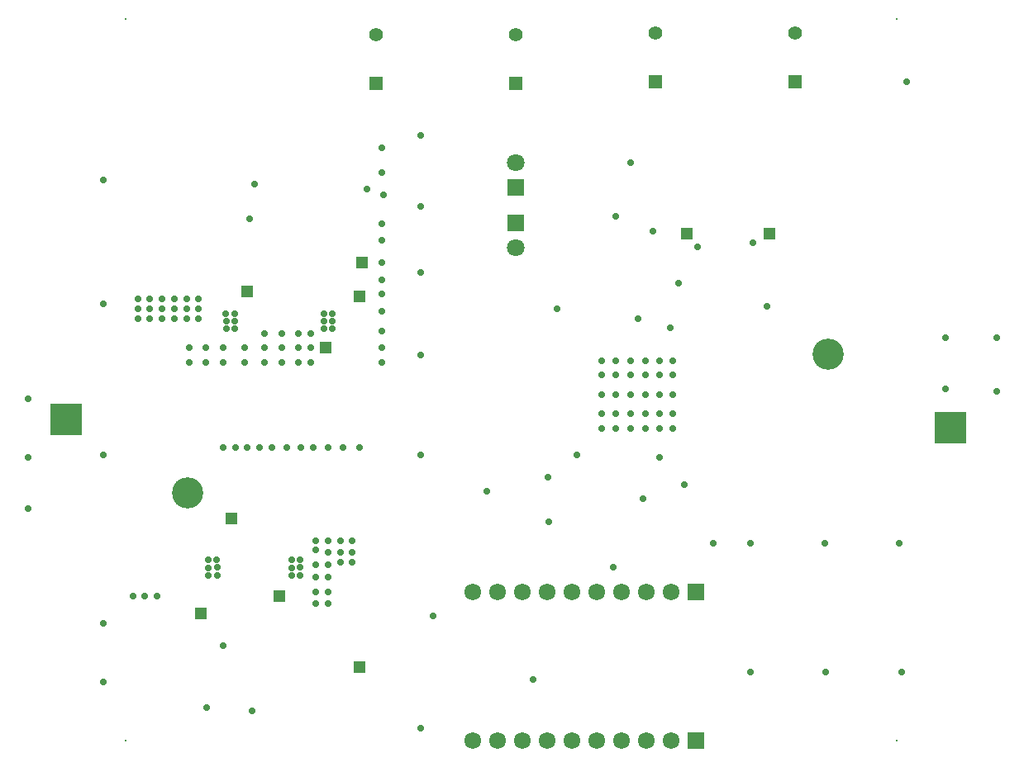
<source format=gbs>
G04*
G04 #@! TF.GenerationSoftware,Altium Limited,Altium Designer,21.6.4 (81)*
G04*
G04 Layer_Color=16711935*
%FSLAX44Y44*%
%MOMM*%
G71*
G04*
G04 #@! TF.SameCoordinates,04AFCEB9-1927-4C3B-B3D4-275DD85C2008*
G04*
G04*
G04 #@! TF.FilePolarity,Negative*
G04*
G01*
G75*
%ADD61R,1.8032X1.8032*%
%ADD62C,1.8032*%
%ADD63C,3.2032*%
%ADD64R,3.2032X3.2032*%
%ADD65C,1.7232*%
%ADD66R,1.7232X1.7232*%
%ADD67C,0.2000*%
%ADD68R,1.4032X1.4032*%
%ADD69C,1.4032*%
%ADD70C,0.7016*%
%ADD95R,1.2032X1.2032*%
%ADD96R,1.2032X1.2032*%
D61*
X430000Y560200D02*
D03*
Y597300D02*
D03*
D62*
Y534800D02*
D03*
Y622700D02*
D03*
D63*
X94000Y284000D02*
D03*
X750000Y426000D02*
D03*
D64*
X-31000Y359000D02*
D03*
X875000Y351000D02*
D03*
D65*
X461900Y30000D02*
D03*
X563500D02*
D03*
X588900D02*
D03*
X538100D02*
D03*
X512700D02*
D03*
X487300D02*
D03*
X436500D02*
D03*
X411100D02*
D03*
X385700D02*
D03*
X461900Y182400D02*
D03*
X563500D02*
D03*
X588900D02*
D03*
X538100D02*
D03*
X512700D02*
D03*
X487300D02*
D03*
X436500D02*
D03*
X411100D02*
D03*
X385700D02*
D03*
D66*
X614300Y30000D02*
D03*
Y182400D02*
D03*
D67*
X30000Y30000D02*
D03*
X820000D02*
D03*
X30000Y770000D02*
D03*
X820000D02*
D03*
D68*
X716000Y705000D02*
D03*
X572957D02*
D03*
X429915Y704000D02*
D03*
X286872D02*
D03*
D69*
X716000Y755000D02*
D03*
X572957D02*
D03*
X429915Y754000D02*
D03*
X286872D02*
D03*
D70*
X577500Y320000D02*
D03*
X492500Y322500D02*
D03*
X555000Y462500D02*
D03*
X547500Y622500D02*
D03*
X570000Y552500D02*
D03*
X472500Y472500D02*
D03*
X670000Y232500D02*
D03*
X746250D02*
D03*
X822500D02*
D03*
X825000Y100000D02*
D03*
X747500D02*
D03*
X670000D02*
D03*
X447500Y92500D02*
D03*
X332500Y42500D02*
D03*
X345000Y157500D02*
D03*
X332500Y322500D02*
D03*
Y425000D02*
D03*
Y510000D02*
D03*
X271553Y103447D02*
D03*
X399876Y285124D02*
D03*
X632500Y232500D02*
D03*
X462500Y300000D02*
D03*
X530000Y207500D02*
D03*
X463450Y254050D02*
D03*
X560000Y277500D02*
D03*
X602500Y292500D02*
D03*
X532500Y567500D02*
D03*
X294053Y589053D02*
D03*
X922500Y387500D02*
D03*
X870000Y390000D02*
D03*
X922500Y442500D02*
D03*
X870000D02*
D03*
X-70000Y267500D02*
D03*
Y320000D02*
D03*
Y380000D02*
D03*
X830000Y705000D02*
D03*
X160000Y60000D02*
D03*
X277500Y595000D02*
D03*
X157500Y565000D02*
D03*
X7500Y605000D02*
D03*
Y477500D02*
D03*
Y322500D02*
D03*
Y150000D02*
D03*
Y90000D02*
D03*
X187500Y177500D02*
D03*
X107500Y160000D02*
D03*
X138419Y257463D02*
D03*
X155000Y490000D02*
D03*
X270000Y485000D02*
D03*
X690000Y550000D02*
D03*
X605000D02*
D03*
X332500Y650000D02*
D03*
Y577500D02*
D03*
X588410Y453410D02*
D03*
X687500Y475000D02*
D03*
X672500Y540000D02*
D03*
X616444Y536374D02*
D03*
X292500Y560000D02*
D03*
X596950Y498734D02*
D03*
X112997Y63770D02*
D03*
X130000Y127500D02*
D03*
X162500Y599999D02*
D03*
X292500Y637500D02*
D03*
Y612500D02*
D03*
Y542500D02*
D03*
Y520000D02*
D03*
Y502500D02*
D03*
Y487500D02*
D03*
Y470000D02*
D03*
Y450000D02*
D03*
Y432500D02*
D03*
Y417500D02*
D03*
X105000Y462500D02*
D03*
Y472500D02*
D03*
Y482500D02*
D03*
X92500Y462500D02*
D03*
Y472500D02*
D03*
Y482500D02*
D03*
X80000Y472500D02*
D03*
X67500D02*
D03*
X55000D02*
D03*
X42500D02*
D03*
X80000Y462500D02*
D03*
X67500D02*
D03*
X55000D02*
D03*
X42500D02*
D03*
Y482500D02*
D03*
X80000D02*
D03*
X67500D02*
D03*
X55000D02*
D03*
X62500Y177500D02*
D03*
X50000D02*
D03*
X37500D02*
D03*
X262500Y212500D02*
D03*
X250000D02*
D03*
X262500Y222500D02*
D03*
X250000D02*
D03*
X262500Y235000D02*
D03*
X250000D02*
D03*
X237500Y170000D02*
D03*
X225000D02*
D03*
X237500Y182500D02*
D03*
X225000D02*
D03*
X237500Y197500D02*
D03*
X225000D02*
D03*
X237500Y210000D02*
D03*
X225000D02*
D03*
X237500Y222500D02*
D03*
X225000Y225000D02*
D03*
X237500Y235000D02*
D03*
X225000D02*
D03*
X220000Y417500D02*
D03*
Y432500D02*
D03*
Y447500D02*
D03*
X207500D02*
D03*
X190000D02*
D03*
X172500D02*
D03*
X207500Y417500D02*
D03*
Y432500D02*
D03*
X190000Y417500D02*
D03*
Y432500D02*
D03*
X172500Y417500D02*
D03*
Y432500D02*
D03*
X152500Y417500D02*
D03*
Y432500D02*
D03*
X130000Y417500D02*
D03*
Y432500D02*
D03*
X112500Y417500D02*
D03*
X95000D02*
D03*
X112500Y432500D02*
D03*
X95000D02*
D03*
X270000Y330000D02*
D03*
X252500D02*
D03*
X237500D02*
D03*
X222500D02*
D03*
X210000D02*
D03*
X195000D02*
D03*
X180000D02*
D03*
X167500D02*
D03*
X155000D02*
D03*
X142500D02*
D03*
X130000D02*
D03*
X590472Y419600D02*
D03*
Y404600D02*
D03*
Y384600D02*
D03*
Y364600D02*
D03*
Y349600D02*
D03*
X577472Y419600D02*
D03*
Y404600D02*
D03*
Y384600D02*
D03*
Y364600D02*
D03*
Y349600D02*
D03*
X562472Y419600D02*
D03*
Y404600D02*
D03*
Y384600D02*
D03*
Y364600D02*
D03*
Y349600D02*
D03*
X547472Y419600D02*
D03*
Y404600D02*
D03*
Y384600D02*
D03*
Y364600D02*
D03*
Y349600D02*
D03*
X532472Y419600D02*
D03*
Y404600D02*
D03*
Y384600D02*
D03*
Y364600D02*
D03*
Y349600D02*
D03*
X517472Y419600D02*
D03*
Y404600D02*
D03*
Y384600D02*
D03*
Y364600D02*
D03*
Y349600D02*
D03*
X124000Y199250D02*
D03*
X115250D02*
D03*
X123750Y207250D02*
D03*
X115250Y207000D02*
D03*
X123500Y214750D02*
D03*
X115250Y215000D02*
D03*
X233000Y467750D02*
D03*
X241750D02*
D03*
X233250Y459750D02*
D03*
X241750Y460000D02*
D03*
X233500Y452250D02*
D03*
X241750Y452000D02*
D03*
X209000Y199250D02*
D03*
X200250D02*
D03*
X208750Y207250D02*
D03*
X200250Y207000D02*
D03*
X208500Y214750D02*
D03*
X200250Y215000D02*
D03*
X133000Y467750D02*
D03*
X141750D02*
D03*
X133250Y459750D02*
D03*
X141750Y460000D02*
D03*
X133500Y452250D02*
D03*
X141750Y452000D02*
D03*
D95*
X270000Y105000D02*
D03*
X272500Y520000D02*
D03*
X107500Y160000D02*
D03*
X235000Y432500D02*
D03*
X155000Y490000D02*
D03*
X187500Y177500D02*
D03*
X270000Y485000D02*
D03*
X138419Y257463D02*
D03*
D96*
X690000Y550000D02*
D03*
X605000D02*
D03*
M02*

</source>
